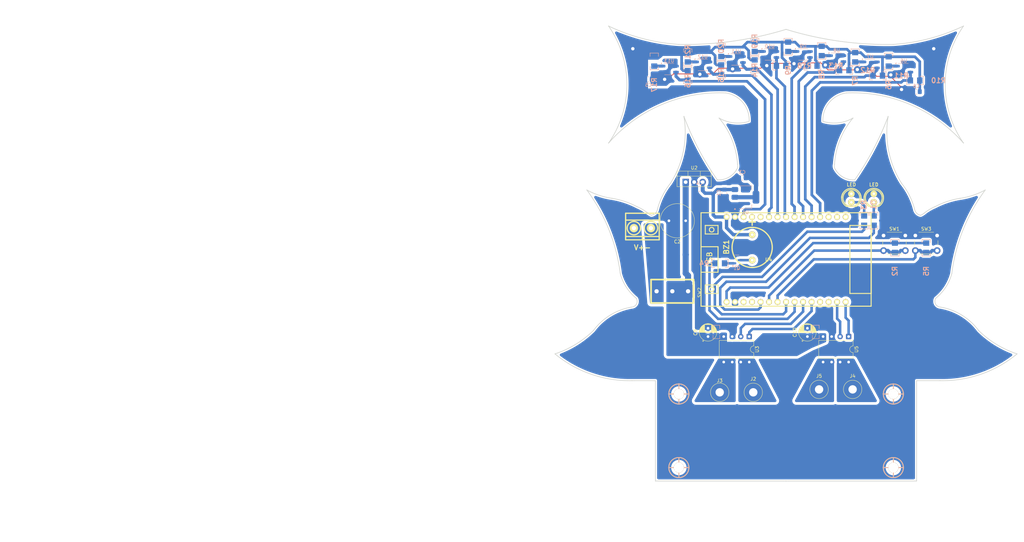
<source format=kicad_pcb>
(kicad_pcb (version 20241229) (generator "pcbnew") (generator_version "9.0")
  (layers (0 "F.Cu" signal) (2 "B.Cu" signal) (13 "F.Paste" user) (15 "B.Paste" user) (5 "F.SilkS" user "F.Silkscreen") (7 "B.SilkS" user "B.Silkscreen") (1 "F.Mask" user) (3 "B.Mask" user) (25 "Edge.Cuts" user))
  (net 0 "")
  (net 1 "Net-(U13-A)")
  (net 2 "GND")
  (net 3 "/QRE_8")
  (net 4 "Net-(U6-A)")
  (net 5 "/QRE_1")
  (net 6 "+3V3")
  (net 7 "Net-(U10-A)")
  (net 8 "Net-(U11-A)")
  (net 9 "/QRE_6")
  (net 10 "Net-(U8-A)")
  (net 11 "/QRE_3")
  (net 12 "Net-(U9-A)")
  (net 13 "/QRE_4")
  (net 14 "/QRE_7")
  (net 15 "/QRE_5")
  (net 16 "Net-(U12-A)")
  (net 17 "VCC")
  (net 18 "/LED_1")
  (net 19 "Net-(D2-A)")
  (net 20 "/PUSH_2")
  (net 21 "/M1B")
  (net 22 "/M1A")
  (net 23 "/OUTM1B")
  (net 24 "/OUTM1A")
  (net 25 "Net-(D1-A)")
  (net 26 "/M2B")
  (net 27 "/M2A")
  (net 28 "/OUTM2B")
  (net 29 "/OUTM2A")
  (net 30 "/PUSH_1")
  (net 31 "Net-(Q1-G)")
  (net 32 "/BUZZER")
  (net 33 "+5V")
  (net 34 "/SWITCH")
  (net 35 "Net-(BZ1-+)")
  (net 36 "/LED_2")
  (net 40 "/QRE_2")
  (net 47 "Net-(U7-A)")
  (footprint "EESTN5:BORNERA2_AZUL" (layer "F.Cu") (at 52.728204 90.495364)
    (property "Reference" "J1" (hide yes))
    (property "Value" "V+-")
  )
  (footprint "Connector:Banana_Jack_1Pin" (layer "F.Cu") (at 85.833204 139.575364)
    (property "Reference" "J2")
    (property "Value" "MOTOR_PINM1A")
  )
  (footprint "EESTN5:ESP32_DevKit_V1_CH9102X" (layer "F.Cu") (at 96.908204 99.865364 180)
    (property "Reference" "U4")
    (property "Value" "ESP32_DevKit_V1_CH9102X" (hide yes))
  )
  (footprint "EESTN5:hole_3mm" (layer "F.Cu") (at 63.612404 140.066197 90)
    (property "Reference" "H3" (hide yes))
    (property "Value" "Mounting_Hole" (hide yes))
  )
  (footprint "Capacitor_THT:CP_Radial_D5.0mm_P2.50mm" (layer "F.Cu") (at 72.323204 122.910364 90)
    (property "Reference" "C8")
    (property "Value" "100uF")
  )
  (footprint "Connector:Banana_Jack_1Pin" (layer "F.Cu") (at 115.508211 138.700364)
    (property "Reference" "J4")
    (property "Value" "MOTOR_PINM1A")
  )
  (footprint "Button_Switch_THT:SW_PUSH_6mm_H5mm" (layer "F.Cu") (at 124.738204 92.715364)
    (property "Reference" "SW1")
    (property "Value" "START")
  )
  (footprint "EESTN5:led_5mm_clear" (layer "F.Cu") (at 121.827757 81.503713)
    (property "Reference" "D1" (hide yes))
    (property "Value" "LED")
  )
  (footprint "Capacitor_THT:CP_Radial_D5.0mm_P2.50mm" (layer "F.Cu") (at 101.998211 122.910364 90)
    (property "Reference" "C10")
    (property "Value" "100uF")
  )
  (footprint "EESTN5:led_5mm_clear" (layer "F.Cu") (at 115.127997 81.503713)
    (property "Reference" "D2" (hide yes))
    (property "Value" "LED")
  )
  (footprint "EESTN5:Buzzer_12mm" (layer "F.Cu") (at 85.508204 96.265364 90)
    (property "Reference" "BZ1")
    (property "Value" "Buzzer" (hide yes))
  )
  (footprint "EESTN5:hole_3mm" (layer "F.Cu") (at 127.664004 162.074531 -90)
    (property "Reference" "H3" (hide yes))
    (property "Value" "Mounting_Hole" (hide yes))
  )
  (footprint "Capacitor_THT:C_Radial_D10.0mm_H12.5mm_P5.00mm" (layer "F.Cu") (at 65.648204 88.295364 180)
    (property "Reference" "C2")
    (property "Value" "100uf")
  )
  (footprint "Package_DIP:DIP-8_W7.62mm" (layer "F.Cu") (at 114.308211 122.910364 -90)
    (property "Reference" "U5")
    (property "Value" "TA6586")
  )
  (footprint "EESTN5:hole_3mm" (layer "F.Cu") (at 63.612404 162.066197 90)
    (property "Reference" "H4" (hide yes))
    (property "Value" "Mounting_Hole" (hide yes))
  )
  (footprint "EESTN5:SW_SPDT_TH_Vertical" (layer "F.Cu") (at 61.663204 109.370364 -90)
    (property "Reference" "SW2")
    (property "Value" "SW_SPST" (hide yes))
  )
  (footprint "EESTN5:hole_3mm" (layer "F.Cu") (at 127.664004 140.074531 -90)
    (property "Reference" "H4" (hide yes))
    (property "Value" "Mounting_Hole" (hide yes))
  )
  (footprint "Button_Switch_THT:SW_PUSH_6mm_H5mm" (layer "F.Cu") (at 134.238204 92.715364)
    (property "Reference" "SW3")
    (property "Value" "START")
  )
  (footprint "Package_TO_SOT_THT:TO-220-3_Vertical" (layer "F.Cu") (at 65.648204 76.740364)
    (property "Reference" "U2")
    (property "Value" "LM7805_TO220")
  )
  (footprint "Connector:Banana_Jack_1Pin" (layer "F.Cu") (at 75.813204 139.575364)
    (property "Reference" "J3")
    (property "Value" "MOTOR_PINM1B")
  )
  (footprint "Package_DIP:DIP-8_W7.62mm" (layer "F.Cu") (at 84.633204 122.910364 -90)
    (property "Reference" "U3")
    (property "Value" "TA6586")
  )
  (footprint "Connector:Banana_Jack_1Pin" (layer "F.Cu") (at 105.488211 138.700364)
    (property "Reference" "J5")
    (property "Value" "MOTOR_PINM1B")
  )
  (footprint "Package_TO_SOT_SMD:SOT-223-3_TabPin2" (layer "B.Cu") (at 83.493985 81.265553)
    (property "Reference" "U1")
    (property "Value" "AMS1117-3.3")
  )
  (footprint "EESTN5:R_1206" (layer "B.Cu") (at 66.263204 39.423364 90)
    (property "Reference" "R16")
    (property "Value" "100" (hide yes))
  )
  (footprint "EESTN5:C_0805" (layer "B.Cu") (at 74.823204 121.530364 -90)
    (property "Reference" "C7")
    (property "Value" "0.1uF" (hide yes))
  )
  (footprint "EESTN5:R_1206" (layer "B.Cu") (at 116.263204 39.423364 90)
    (property "Reference" "R7")
    (property "Value" "100" (hide yes))
  )
  (footprint "EESTN5:R_1206" (layer "B.Cu") (at 86.263204 41.615364 -90)
    (property "Reference" "R19")
    (property "Value" "10k" (hide yes))
  )
  (footprint "Capacitor_SMD:C_0805_2012Metric_Pad1.18x1.45mm_HandSolder" (layer "B.Cu") (at 77.218985 80.003053 -90)
    (property "Reference" "C1")
    (property "Value" "1uF")
  )
  (footprint "EESTN5:R_1206" (layer "B.Cu") (at 76.263204 37.798364 90)
    (property "Reference" "R15")
    (property "Value" "100" (hide yes))
  )
  (footprint "OptoDevice:OnSemi_CASE100CY" (layer "B.Cu") (at 60.755252 42.970364 -90)
    (property "Reference" "U13")
    (property "Value" "QRE1113GR")
  )
  (footprint "EESTN5:R_1206" (layer "B.Cu") (at 123.013204 44.923364 180)
    (property "Reference" "R11")
    (property "Value" "10k" (hide yes))
  )
  (footprint "EESTN5:R_1206" (layer "B.Cu") (at 113.013204 43.313364 180)
    (property "Reference" "R12")
    (property "Value" "10k" (hide yes))
  )
  (footprint "EESTN5:R_1206" (layer "B.Cu") (at 121.827757 88.249156 -90)
    (property "Reference" "R1")
    (property "Value" "220" (hide yes))
  )
  (footprint "EESTN5:R_1206" (layer "B.Cu") (at 137.488204 96.362364 90)
    (property "Reference" "R5")
    (property "Value" "4K7" (hide yes))
  )
  (footprint "OptoDevice:OnSemi_CASE100CY" (layer "B.Cu") (at 130.755252 42.970364 -90)
    (property "Reference" "U6")
    (property "Value" "QRE1113GR")
  )
  (footprint "EESTN5:R_1206" (layer "B.Cu") (at 106.263204 37.548364 90)
    (property "Reference" "R8")
    (property "Value" "100" (hide yes))
  )
  (footprint "EESTN5:R_1206" (layer "B.Cu") (at 86.263204 36.298364 90)
    (property "Reference" "R14")
    (property "Value" "100" (hide yes))
  )
  (footprint "Capacitor_SMD:C_0805_2012Metric_Pad1.18x1.45mm_HandSolder" (layer "B.Cu") (at 134.514704 49.698364 180)
    (property "Reference" "C6")
    (property "Value" "100nf")
  )
  (footprint "EESTN5:R_1206" (layer "B.Cu") (at 56.263204 40.673364 90)
    (property "Reference" "R17")
    (property "Value" "100" (hide yes))
  )
  (footprint "OptoDevice:OnSemi_CASE100CY" (layer "B.Cu") (at 100.755252 38.595364 -90)
    (property "Reference" "U9")
    (property "Value" "QRE1113GR")
  )
  (footprint "OptoDevice:OnSemi_CASE100CY" (layer "B.Cu") (at 70.755252 41.720364 -90)
    (property "Reference" "U12")
    (property "Value" "QRE1113GR")
  )
  (footprint "EESTN5:R_1206" (layer "B.Cu") (at 128.128204 96.362364 90)
    (property "Reference" "R2")
    (property "Value" "4K7" (hide yes))
  )
  (footprint "Package_TO_SOT_SMD:SOT-23" (layer "B.Cu") (at 80.940704 100.065364)
    (property "Reference" "Q1")
    (property "Value" "2N7002")
  )
  (footprint "Capacitor_SMD:C_0805_2012Metric_Pad1.18x1.45mm_HandSolder" (layer "B.Cu") (at 69.700704 78.795364 180)
    (property "Reference" "C4")
    (property "Value" "1uF")
  )
  (footprint "EESTN5:R_1206" (layer "B.Cu") (at 76.263204 43.112364 -90)
    (property "Reference" "R20")
    (property "Value" "10k" (hide yes))
  )
  (footprint "EESTN5:R_1206" (layer "B.Cu") (at 66.263204 44.815364 -90)
    (property "Reference" "R21")
    (property "Value" "10k" (hide yes))
  )
  (footprint "EESTN5:C_0805" (layer "B.Cu") (at 104.498211 121.530364 -90)
    (property "Reference" "C9")
    (property "Value" "0.1uF" (hide yes))
  )
  (footprint "EESTN5:R_1206" (layer "B.Cu") (at 75.856204 101.015364)
    (property "Reference" "R4")
    (property "Value" "10K" (hide yes))
  )
  (footprint "OptoDevice:OnSemi_CASE100CY" (layer "B.Cu") (at 120.755252 41.720364 -90)
    (property "Reference" "U7")
    (property "Value" "QRE1113GR")
  )
  (footprint "Capacitor_SMD:C_0805_2012Metric_Pad1.18x1.45mm_HandSolder" (layer "B.Cu") (at 54.513204 46.023364)
    (property "Reference" "C5")
    (property "Value" "100nf")
  )
  (footprint "Capacitor_SMD:C_0805_2012Metric_Pad1.18x1.45mm_HandSolder" (layer "B.Cu") (at 82.563204 75.470364 180)
    (property "Reference" "C3")
    (property "Value" "1uF")
  )
  (footprint "EESTN5:R_1206" (layer "B.Cu") (at 94.152252 41.985364 180)
    (property "Reference" "R18")
    (property "Value" "10k" (hide yes))
  )
  (footprint "OptoDevice:OnSemi_CASE100CY" (layer "B.Cu") (at 90.755252 38.595364 -90)
    (property "Reference" "U10")
    (property "Value" "QRE1113GR")
  )
  (footprint "EESTN5:R_1206" (layer "B.Cu") (at 96.263204 36.298364 90)
    (property "Reference" "R9")
    (property "Value" "100" (hide yes))
  )
  (footprint "EESTN5:R_1206" (layer "B.Cu") (at 118.946218 88.249156 -90)
    (property "Reference" "R3")
    (property "Value" "220" (hide yes))
  )
  (footprint "EESTN5:R_1206" (layer "B.Cu") (at 103.488204 41.985364 180)
    (property "Reference" "R13")
    (property "Value" "10k" (hide yes))
  )
  (footprint "OptoDevice:OnSemi_CASE100CY" (layer "B.Cu") (at 110.755252 39.845364 -90)
    (property "Reference" "U8")
    (property "Value" "QRE1113GR")
  )
  (footprint "EESTN5:R_1206" (layer "B.Cu") (at 126.263204 40.673364 90)
    (property "Reference" "R6")
    (property "Value" "100" (hide yes))
  )
  (footprint "OptoDevice:OnSemi_CASE100CY" (layer "B.Cu") (at 80.755252 40.095364 -90)
    (property "Reference" "U11")
    (property "Value" "QRE1113GR")
  )
  (footprint "EESTN5:R_1206" (layer "B.Cu") (at 134.155204 46.365364 180)
    (property "Reference" "R10")
    (property "Value" "10k" (hide yes))
  )
  (gr_arc (start 65.117516 57.086194) (mid 64.968806 67.456454) (end 61.117516 77.086194) (stroke (width 0.2)) (layer "Edge.Cuts"))
  (gr_arc (start 57.220056 84.881113) (mid 56.592645 86.05201) (end 55.413504 86.663787) (stroke (width 0.2)) (layer "Edge.Cuts"))
  (gr_arc (start 55.413504 86.663787) (mid 54.869355 86.381462) (end 54.364175 86.034189) (stroke (width 0.2)) (layer "Edge.Cuts"))
  (gr_line (start 134.619952 166.085744) (end 95.613211 166.085744) (stroke (width 0.2)) (layer "Edge.Cuts"))
  (gr_arc (start 141.619952 114.085744) (mid 140.247861 113.134922) (end 140.321987 111.467228) (stroke (width 0.2)) (layer "Edge.Cuts"))
  (gr_arc (start 38.117516 121.086194) (mid 43.183128 116.461842) (end 49.617516 114.086194) (stroke (width 0.2)) (layer "Edge.Cuts"))
  (gr_arc (start 75.617516 57.586194) (mid 79.480916 64.04601) (end 81.138327 71.388221) (stroke (width 0.2)) (layer "Edge.Cuts"))
  (gr_arc (start 148.619952 30.085744) (mid 138.383885 33.843487) (end 127.619952 35.585744) (stroke (width 0.2)) (layer "Edge.Cuts"))
  (gr_arc (start 36.117516 79.086194) (mid 42.727231 90.942308) (end 46.117516 104.086194) (stroke (width 0.2)) (layer "Edge.Cuts"))
  (gr_arc (start 115.619952 57.585744) (mid 111.224553 59.02715) (end 106.619952 58.585744) (stroke (width 0.2)) (layer "Edge.Cuts"))
  (gr_arc (start 43.617516 81.586194) (mid 47.469778 82.529407) (end 51.117516 84.086194) (stroke (width 0.2)) (layer "Edge.Cuts"))
  (gr_arc (start 43.617516 81.586194) (mid 39.755369 80.672634) (end 36.117516 79.086194) (stroke (width 0.2)) (layer "Edge.Cuts"))
  (gr_arc (start 42.617516 30.086194) (mid 48.102341 47.586194) (end 42.617516 65.086194) (stroke (width 0.2)) (layer "Edge.Cuts"))
  (gr_arc (start 136.873293 86.033739) (mid 138.423563 84.937975) (end 140.119952 84.085744) (stroke (width 0.2)) (layer "Edge.Cuts"))
  (gr_arc (start 136.873293 86.033739) (mid 136.368113 86.381012) (end 135.823964 86.663337) (stroke (width 0.2)) (layer "Edge.Cuts"))
  (gr_arc (start 126.119952 57.085744) (mid 121.71723 66.900101) (end 116.119952 76.085744) (stroke (width 0.2)) (layer "Edge.Cuts"))
  (gr_arc (start 84.617516 58.586194) (mid 80.012915 59.0276) (end 75.617516 57.586194) (stroke (width 0.2)) (layer "Edge.Cuts"))
  (gr_arc (start 145.119952 104.085744) (mid 143.309395 108.158963) (end 140.321987 111.467228) (stroke (width 0.2)) (layer "Edge.Cuts"))
  (gr_arc (start 38.117516 121.086194) (mid 32.771992 125.25069) (end 26.617516 128.086194) (stroke (width 0.2)) (layer "Edge.Cuts"))
  (gr_arc (start 50.915481 111.467678) (mid 50.989607 113.135372) (end 49.617516 114.086194) (stroke (width 0.2)) (layer "Edge.Cuts"))
  (gr_arc (start 155.119952 79.085744) (mid 151.482099 80.672184) (end 147.619952 81.585744) (stroke (width 0.2)) (layer "Edge.Cuts"))
  (gr_arc (start 57.220056 84.881113) (mid 58.751955 80.775238) (end 61.117516 77.086194) (stroke (width 0.2)) (layer "Edge.Cuts"))
  (gr_line (start 56.617516 166.086194) (end 56.617516 136.086194) (stroke (width 0.2)) (layer "Edge.Cuts"))
  (gr_line (start 56.613211 166.086194) (end 95.613211 166.085744) (stroke (width 0.2)) (layer "Edge.Cuts"))
  (gr_arc (start 148.619952 65.085744) (mid 143.135128 47.585744) (end 148.619952 30.085744) (stroke (width 0.2)) (layer "Edge.Cuts"))
  (gr_arc (start 63.617516 35.586194) (mid 52.853583 33.843937) (end 42.617516 30.086194) (stroke (width 0.2)) (layer "Edge.Cuts"))
  (gr_arc (start 135.823964 86.663337) (mid 134.644823 86.05156) (end 134.017412 84.880663) (stroke (width 0.2)) (layer "Edge.Cuts"))
  (gr_arc (start 80.863211 72.992358) (mid 78.424215 75.345) (end 75.117516 76.086194) (stroke (width 0.2)) (layer "Edge.Cuts"))
  (gr_arc (start 145.119952 104.085744) (mid 148.510237 90.941858) (end 155.119952 79.085744) (stroke (width 0.2)) (layer "Edge.Cuts"))
  (gr_arc (start 50.915481 111.467678) (mid 47.928073 108.159413) (end 46.117516 104.086194) (stroke (width 0.2)) (layer "Edge.Cuts"))
  (gr_arc (start 130.119952 77.085744) (mid 126.268671 67.456) (end 126.119952 57.085744) (stroke (width 0.2)) (layer "Edge.Cuts"))
  (gr_arc (start 106.619952 58.585744) (mid 108.483904 52.98841) (end 113.619952 50.085744) (stroke (width 0.2)) (layer "Edge.Cuts"))
  (gr_arc (start 164.619952 128.085744) (mid 158.465476 125.250241) (end 153.119952 121.085744) (stroke (width 0.2)) (layer "Edge.Cuts"))
  (gr_arc (start 130.119952 77.085744) (mid 132.485513 80.774788) (end 134.017412 84.880663) (stroke (width 0.2)) (layer "Edge.Cuts"))
  (gr_arc (start 95.619982 31.085744) (mid 79.797365 34.606178) (end 63.617511 35.586488) (stroke (width 0.2)) (layer "Edge.Cuts"))
  (gr_arc (start 110.099141 71.387771) (mid 111.756552 64.04556) (end 115.619952 57.585744) (stroke (width 0.2)) (layer "Edge.Cuts"))
  (gr_arc (start 140.119952 84.085744) (mid 143.76769 82.528957) (end 147.619952 81.585744) (stroke (width 0.2)) (layer "Edge.Cuts"))
  (gr_arc (start 77.617516 50.086194) (mid 82.753564 52.98886) (end 84.617516 58.586194) (stroke (width 0.2)) (layer "Edge.Cuts"))
  (gr_line (start 134.619952 166.085744) (end 134.619952 136.085744) (stroke (width 0.2)) (layer "Edge.Cuts"))
  (gr_arc (start 141.619952 114.085744) (mid 148.05434 116.461392) (end 153.119952 121.085744) (stroke (width 0.2)) (layer "Edge.Cuts"))
  (gr_arc (start 116.119952 76.085744) (mid 112.813253 75.34455) (end 110.374257 72.991908) (stroke (width 0.2)) (layer "Edge.Cuts"))
  (gr_arc (start 164.619952 128.085744) (mid 153.839056 134.153241) (end 141.619903 136.085744) (stroke (width 0.2)) (layer "Edge.Cuts"))
  (gr_arc (start 51.117516 84.086194) (mid 52.813905 84.938425) (end 54.364175 86.034189) (stroke (width 0.2)) (layer "Edge.Cuts"))
  (gr_line (start 134.619952 136.085744) (end 141.619903 136.085744) (stroke (width 0.2)) (layer "Edge.Cuts"))
  (gr_arc (start 110.374257 72.991908) (mid 110.042345 72.223172) (end 110.099141 71.387771) (stroke (width 0.2)) (layer "Edge.Cuts"))
  (gr_arc (start 42.617516 65.086194) (mid 58.413753 53.610747) (end 77.617516 50.086194) (stroke (width 0.2)) (layer "Edge.Cuts"))
  (gr_line (start 56.617516 136.086194) (end 49.617565 136.086194) (stroke (width 0.2)) (layer "Edge.Cuts"))
  (gr_arc (start 49.617565 136.086194) (mid 37.398412 134.153692) (end 26.617516 128.086194) (stroke (width 0.2)) (layer "Edge.Cuts"))
  (gr_arc (start 113.619952 50.085744) (mid 132.823715 53.610297) (end 148.619952 65.085744) (stroke (width 0.2)) (layer "Edge.Cuts"))
  (gr_arc (start 127.619952 35.585734) (mid 111.441393 34.605602) (end 95.619982 31.085743) (stroke (width 0.2)) (layer "Edge.Cuts"))
  (gr_arc (start 81.138327 71.388221) (mid 81.195123 72.223622) (end 80.863211 72.992358) (stroke (width 0.2)) (layer "Edge.Cuts"))
  (gr_arc (start 75.117516 76.086194) (mid 69.520238 66.900551) (end 65.117516 57.086194) (stroke (width 0.2)) (layer "Edge.Cuts"))
  (segment (start 58.755252 42.070364) (end 56.263204 42.070364) (width 0.9) (layer "B.Cu") (net 1))
  (segment (start 79.435204 42.695364) (end 79.663204 42.923364) (width 0.2) (layer "F.Cu") (net 2))
  (segment (start 116.903204 43.091364) (end 116.689204 43.091364) (width 0.2) (layer "F.Cu") (net 2))
  (segment (start 130.163204 48.500364) (end 130.163204 49.003364) (width 0.2) (layer "F.Cu") (net 2))
  (segment (start 69.521204 44.395364) (end 61.988204 44.395364) (width 0.2) (layer "F.Cu") (net 2))
  (segment (start 90.541204 41.245364) (end 89.863204 41.923364) (width 0.2) (layer "F.Cu") (net 2))
  (segment (start 75.488204 42.695364) (end 79.435204 42.695364) (width 0.2) (layer "F.Cu") (net 2))
  (segment (start 126.903204 44.691364) (end 127.011204 44.799364) (width 0.2) (layer "F.Cu") (net 2))
  (segment (start 60.488204 45.695364) (end 59.691204 45.695364) (width 0.2) (layer "F.Cu") (net 2))
  (segment (start 73.788204 44.395364) (end 75.488204 42.695364) (width 0.2) (layer "F.Cu") (net 2))
  (segment (start 116.585204 43.195364) (end 108.138204 43.195364) (width 0.2) (layer "F.Cu") (net 2))
  (segment (start 126.903204 44.691364) (end 126.903204 44.867364) (width 0.2) (layer "F.Cu") (net 2))
  (segment (start 127.011204 45.348364) (end 130.163204 48.500364) (width 0.2) (layer "F.Cu") (net 2))
  (segment (start 97.616204 41.523364) (end 97.338204 41.245364) (width 0.2) (layer "F.Cu") (net 2))
  (segment (start 130.163204 49.003364) (end 130.113204 49.053364) (width 0.2) (layer "F.Cu") (net 2))
  (segment (start 127.011204 44.799364) (end 127.011204 45.348364) (width 0.2) (layer "F.Cu") (net 2))
  (segment (start 79.663204 42.923364) (end 79.891204 42.695364) (width 0.2) (layer "F.Cu") (net 2))
  (segment (start 126.903204 44.867364) (end 126.645204 45.125364) (width 0.2) (layer "F.Cu") (net 2))
  (segment (start 69.645204 44.519364) (end 69.521204 44.395364) (width 0.2) (layer "F.Cu") (net 2))
  (segment (start 88.138204 42.695364) (end 88.910204 41.923364) (width 0.2) (layer "F.Cu") (net 2))
  (segment (start 70.005204 44.395364) (end 73.788204 44.395364) (width 0.2) (layer "F.Cu") (net 2))
  (segment (start 122.668204 45.125364) (end 120.738204 43.195364) (width 0.2) (layer "F.Cu") (net 2))
  (segment (start 106.684204 41.741364) (end 106.038204 41.095364) (width 0.2) (layer "F.Cu") (net 2))
  (segment (start 98.003204 41.341364) (end 97.821204 41.523364) (width 0.2) (layer "F.Cu") (net 2))
  (segment (start 97.821204 41.523364) (end 97.616204 41.523364) (width 0.2) (layer "F.Cu") (net 2))
  (segment (start 69.881204 44.519364) (end 69.645204 44.519364) (width 0.2) (layer "F.Cu") (net 2))
  (segment (start 97.338204 41.245364) (end 90.541204 41.245364) (width 0.2) (layer "F.Cu") (net 2))
  (segment (start 98.491204 41.095364) (end 98.245204 41.341364) (width 0.2) (layer "F.Cu") (net 2))
  (segment (start 116.987204 43.091364) (end 116.903204 43.091364) (width 0.2) (layer "F.Cu") (net 2))
  (segment (start 88.910204 41.923364) (end 89.863204 41.923364) (width 0.2) (layer "F.Cu") (net 2))
  (segment (start 120.738204 43.195364) (end 117.091204 43.195364) (width 0.2) (layer "F.Cu") (net 2))
  (segment (start 117.091204 43.195364) (end 116.987204 43.091364) (width 0.2) (layer "F.Cu") (net 2))
  (segment (start 61.988204 44.395364) (end 60.588204 45.795364) (width 0.2) (layer "F.Cu") (net 2))
  (segment (start 107.263204 42.320364) (end 107.263204 41.831364) (width 0.2) (layer "F.Cu") (net 2))
  (segment (start 126.645204 45.125364) (end 122.668204 45.125364) (width 0.2) (layer "F.Cu") (net 2))
  (segment (start 108.138204 43.195364) (end 107.263204 42.320364) (width 0.2) (layer "F.Cu") (net 2))
  (segment (start 79.891204 42.695364) (end 88.138204 42.695364) (width 0.2) (layer "F.Cu") (net 2))
  (segment (start 107.263204 41.831364) (end 107.353204 41.741364) (width 0.2) (layer "F.Cu") (net 2))
  (segment (start 60.588204 45.795364) (end 60.488204 45.695364) (width 0.2) (layer "F.Cu") (net 2))
  (segment (start 116.689204 43.091364) (end 116.585204 43.195364) (width 0.2) (layer "F.Cu") (net 2))
  (segment (start 59.691204 45.695364) (end 59.363204 46.023364) (width 0.2) (layer "F.Cu") (net 2))
  (segment (start 69.881204 44.519364) (end 70.005204 44.395364) (width 0.2) (layer "F.Cu") (net 2))
  (segment (start 106.038204 41.095364) (end 98.491204 41.095364) (width 0.2) (layer "F.Cu") (net 2))
  (segment (start 107.353204 41.741364) (end 106.684204 41.741364) (width 0.2) (layer "F.Cu") (net 2))
  (segment (start 98.245204 41.341364) (end 98.003204 41.341364) (width 0.2) (layer "F.Cu") (net 2))
  (via (at 107.353204 41.741364) (size 2) (drill 1) (layers "F.Cu" "B.Cu") (net 2))
  (via (at 79.663204 42.923364) (size 2) (drill 1) (layers "F.Cu" "B.Cu") (net 2))
  (via (at 139.724804 36.873364) (size 2) (drill 1) (layers "F.Cu" "B.Cu") (net 2))
  (via (at 69.881204 44.519364) (size 2) (drill 1) (layers "F.Cu" "B.Cu") (net 2))
  (via (at 116.903204 43.091364) (size 2) (drill 1) (layers "F.Cu" "B.Cu") (net 2))
  (via (at 89.863204 41.923364) (size 2) (drill 1) (layers "F.Cu" "B.Cu") (net 2))
  (via (at 126.903204 44.691364) (size 2) (drill 1) (layers "F.Cu" "B.Cu") (net 2))
  (via (at 59.363204 46.023364) (size 2) (drill 1) (layers "F.Cu" "B.Cu") (net 2))
  (via (at 98.003204 41.341364) (size 2) (drill 1) (layers "F.Cu" "B.Cu") (net 2))
  (via (at 130.113204 49.053364) (size 2) (drill 1) (layers "F.Cu" "B.Cu") (net 2))
  (segment (start 130.113204 49.053364) (end 129.601204 48.541364) (width 0.75) (layer "B.Cu") (net 2))
  (segment (start 66.661204 46.610364) (end 83.953204 46.610364) (width 0.8) (layer "B.Cu") (net 3))
  (segment (start 89.363204 83.370364) (end 87.913204 84.820364) (width 0.8) (layer "B.Cu") (net 3))
  (segment (start 66.263204 46.212364) (end 66.661204 46.610364) (width 0.8) (layer "B.Cu") (net 3))
  (segment (start 83.953204 46.610364) (end 89.363204 52.020364) (width 0.8) (layer "B.Cu") (net 3))
  (segment (start 63.845204 46.212364) (end 66.263204 46.212364) (width 0.9) (layer "B.Cu") (net 3))
  (segment (start 62.755252 45.122412) (end 63.845204 46.212364) (width 0.9) (layer "B.Cu") (net 3))
  (segment (start 82.938204 85.445364) (end 82.938204 87.165364) (width 0.8) (layer "B.Cu") (net 3))
  (segment (start 62.755252 43.870364) (end 62.755252 45.122412) (width 0.9) (layer "B.Cu") (net 3))
  (segment (start 87.913204 84.820364) (end 83.563204 84.820364) (width 0.8) (layer "B.Cu") (net 3))
  (segment (start 83.563204 84.820364) (end 82.938204 85.445364) (width 0.8) (layer "B.Cu") (net 3))
  (segment (start 89.363204 52.020364) (end 89.363204 83.370364) (width 0.8) (layer "B.Cu") (net 3))
  (segment (start 128.755252 42.070364) (end 126.263204 42.070364) (width 0.9) (layer "B.Cu") (net 4))
  (segment (start 132.755252 43.870364) (end 132.755252 46.362412) (width 0.9) (layer "B.Cu") (net 5))
  (segment (start 132.755252 46.362412) (end 132.758204 46.365364) (width 0.75) (layer "B.Cu") (net 5))
  (segment (start 105.798204 87.165364) (end 105.798204 83.055364) (width 0.8) (layer "B.Cu") (net 5))
  (segment (start 105.798204 83.055364) (end 103.313204 80.570364) (width 0.8) (layer "B.Cu") (net 5))
  (segment (start 130.020204 46.923364) (end 130.578204 46.365364) (width 0.8) (layer "B.Cu") (net 5))
  (segment (start 103.313204 49.420364) (end 105.810204 46.923364) (width 0.8) (layer "B.Cu") (net 5))
  (segment (start 130.578204 46.365364) (end 132.758204 46.365364) (width 0.8) (layer "B.Cu") (net 5))
  (segment (start 103.313204 80.570364) (end 103.313204 49.420364) (width 0.8) (layer "B.Cu") (net 5))
  (segment (start 105.810204 46.923364) (end 130.020204 46.923364) (width 0.8) (layer "B.Cu") (net 5))
  (via (at 49.863204 36.873364) (size 2) (drill 1) (layers "F.Cu" "B.Cu") (net 6))
  (segment (start 96.263204 34.901364) (end 94.408204 34.901364) (width 0.8) (layer "B.Cu") (net 6))
  (segment (start 76.263204 36.401364) (end 74.442204 36.401364) (width 0.8) (layer "B.Cu") (net 6))
  (segment (start 86.228204 53.598364) (end 86.228204 60.741363) (width 0.75) (layer "B.Cu") (net 6))
  (segment (start 64.438204 38.396364) (end 64.438204 42.935364) (width 0.8) (layer "B.Cu") (net 6))
  (segment (start 86.228204 60.741363) (end 84.613197 62.35637) (width 0.75) (layer "B.Cu") (net 6))
  (segment (start 57.977204 39.276364) (end 56.263204 39.276364) (width 0.8) (layer "B.Cu") (net 6))
  (segment (start 68.198204 48.563364) (end 81.193204 48.563364) (width 0.75) (layer "B.Cu") (net 6))
  (segment (start 59.227204 38.026364) (end 57.977204 39.276364) (width 0.8) (layer "B.Cu") (net 6))
  (segment (start 84.082204 34.901364) (end 82.582204 36.401364) (width 0.8) (layer "B.Cu") (net 6))
  (segment (start 53.475704 48.885864) (end 55.413204 50.823364) (width 0.75) (layer "B.Cu") (net 6))
  (segment (start 64.438204 42.935364) (end 64.921204 43.418364) (width 0.8) (layer "B.Cu") (net 6))
  (segment (start 74.442204 36.401364) (end 72.817204 38.026364) (width 0.8) (layer "B.Cu") (net 6))
  (segment (start 67.338204 49.423364) (end 68.198204 48.563364) (width 0.75) (layer "B.Cu") (net 6))
  (segment (start 124.578204 39.276364) (end 119.169204 39.276364) (width 0.8) (layer "B.Cu") (net 6))
  (segment (start 134.099204 39.276364) (end 126.263204 39.276364) (width 0.8) (layer "B.Cu") (net 6))
  (segment (start 64.068204 38.026364) (end 64.438204 38.396364) (width 0.8) (layer "B.Cu") (net 6))
  (segment (start 98.314204 34.901364) (end 99.564204 36.151364) (width 0.8) (layer "B.Cu") (net 6))
  (segment (start 55.413204 50.823364) (end 57.378212 50.823364) (width 0.75) (layer "B.Cu") (net 6))
  (segment (start 104.888204 41.982364) (end 104.885204 41.985364) (width 0.8) (layer "B.Cu") (net 6))
  (segment (start 124.578204 39.276364) (end 124.418204 39.436364) (width 0.8) (layer "B.Cu") (net 6))
  (segment (start 114.418204 38.437364) (end 114.418204 43.305364) (width 0.8) (layer "B.Cu") (net 6))
  (segment (start 77.858204 112.565364) (end 77.858204 109.375364) (width 0.75) (layer "B.Cu") (net 6))
  (segment (start 104.378204 36.151364) (end 107.704204 36.151364) (width 0.8) (layer "B.Cu") (net 6))
  (segment (start 135.552204 40.729364) (end 134.099204 39.276364) (width 0.8) (layer "B.Cu") (net 6))
  (segment (start 96.263204 34.901364) (end 98.314204 34.901364) (width 0.8) (layer "B.Cu") (net 6))
  (segment (start 107.704204 36.151364) (end 108.578204 37.025364) (width 0.8) (layer "B.Cu") (net 6))
  (segment (start 117.919204 38.026364) (end 116.263204 38.026364) (width 0.8) (layer "B.Cu") (net 6))
  (segment (start 114.829204 38.026364) (end 114.418204 38.437364) (width 0.8) (layer "B.Cu") (net 6))
  (segment (start 64.921204 43.418364) (end 66.263204 43.418364) (width 0.8) (layer "B.Cu") (net 6))
  (segment (start 124.418204 44.915364) (end 124.410204 44.923364) (width 0.8) (layer "B.Cu") (net 6))
  (segment (start 94.408204 34.901364) (end 94.428204 34.921364) (width 0.8) (layer "B.Cu") (net 6))
  (segment (start 84.438204 39.545364) (end 85.111204 40.218364) (width 0.8) (layer "B.Cu") (net 6))
  (segment (start 94.408204 34.901364) (end 86.263204 34.901364) (width 0.8) (layer "B.Cu") (net 6))
  (segment (start 86.643985 77.101145) (end 85.013204 75.470364) (width 1.25) (layer "B.Cu") (net 6))
  (segment (start 94.428204 34.921364) (end 94.428204 39.525364) (width 0.8) (layer "B.Cu") (net 6))
  (segment (start 77.858204 109.375364) (end 78.963204 108.270364) (width 0.75) (layer "B.Cu") (net 6))
  (segment (start 86.263204 34.901364) (end 84.082204 34.901364) (width 0.8) (layer "B.Cu") (net 6))
  (segment (start 83.600704 75.470364) (end 83.600704 68.532864) (width 1.25) (layer "B.Cu") (net 6))
  (segment (start 74.878204 41.715364) (end 76.263204 41.715364) (width 0.8) (layer "B.Cu") (net 6))
  (segment (start 94.428204 39.525364) (end 95.549252 40.646412) (width 0.8) (layer "B.Cu") (net 6))
  (segment (start 104.408204 40.315364) (end 104.888204 40.795364) (width 0.8) (layer "B.Cu") (net 6))
  (segment (start 86.643985 81.265553) (end 86.643985 77.101145) (width 1.25) (layer "B.Cu") (net 6))
  (segment (start 57.390708 50.810868) (end 58.8757 50.810868) (width 0.75) (layer "B.Cu") (net 6))
  (segment (start 74.428204 41.265364) (end 74.878204 41.715364) (width 0.8) (layer "B.Cu") (net 6))
  (segment (start 113.828204 37.025364) (end 114.829204 38.026364) (width 0.8) (layer "B.Cu") (net 6))
  (segment (start 73.519204 38.026364) (end 74.428204 38.935364) (width 0.8) (layer "B.Cu") (net 6))
  (segment (start 60.263204 49.423364) (end 67.338204 49.423364) (width 0.75) (layer "B.Cu") (net 6))
  (segment (start 126.263204 39.276364) (end 124.578204 39.276364) (width 0.8) (layer "B.Cu") (net 6))
  (segment (start 83.414204 36.401364) (end 84.438204 37.425364) (width 0.8) (layer "B.Cu") (net 6))
  (segment (start 135.552204 46.365364) (end 135.552204 40.729364) (width 0.8) (layer "B.Cu") (net 6))
  (segment (start 74.428204 38.935364) (end 74.428204 41.265364) (width 0.8) (layer "B.Cu") (net 6))
  (segment (start 124.418204 39.436364) (end 124.418204 44.915364) (width 0.8) (layer "B.Cu") (net 6))
  (segment (start 82.582204 36.401364) (end 83.414204 36.401364) (width 0.8) (layer "B.Cu") (net 6))
  (segment (start 72.817204 38.026364) (end 66.263204 38.026364) (width 0.8) (layer "B.Cu") (net 6))
  (segment (start 108.578204 37.025364) (end 113.828204 37.025364) (width 0.8) (layer "B.Cu") (net 6))
  (segment (start 114.829204 38.026364) (end 116.263204 38.026364) (width 0.8) (layer "B.Cu") (net 6))
  (segment (start 99.564204 36.151364) (end 104.378204 36.151364) (width 0.8) (layer "B.Cu") (net 6))
  (segment (start 64.068204 38.026364) (end 59.227204 38.026364) (width 0.8) (layer "B.Cu") (net 6))
  (segment (start 80.343985 81.265553) (end 86.643985 81.265553) (width 1.25) (layer "B.Cu") (net 6))
  (segment (start 83.600704 68.532864) (end 84.663204 67.470364) (width 1.25) (layer "B.Cu") (net 6))
  (segment (start 82.582204 36.401364) (end 76.263204 36.401364) (width 0.8) (layer "B.Cu") (net 6))
  (segment (start 104.408204 36.181364) (end 104.408204 40.315364) (width 0.8) (layer "B.Cu") (net 6))
  (segment (start 84.613197 67.420357) (end 84.663204 67.470364) (width 0.75) (layer "B.Cu") (net 6))
  (segment (start 57.378212 50.823364) (end 57.390708 50.810868) (width 0.75) (layer "B.Cu") (net 6))
  (segment (start 119.169204 39.276364) (end 117.919204 38.026364) (width 0.8) (layer "B.Cu") (net 6))
  (segment (start 58.8757 50.810868) (end 60.263204 49.423364) (width 0.75) (layer "B.Cu") (net 6))
  (segment (start 135.552204 49.698364) (end 135.552204 46.365364) (width 0.8) (layer "B.Cu") (net 6))
  (segment (start 104.378204 36.151364) (end 104.408204 36.181364) (width 0.8) (layer "B.Cu") (net 6))
  (segment (start 128.128204 94.965364) (end 137.488204 94.965364) (width 0.75) (layer "B.Cu") (net 6))
  (segment (start 85.111204 40.218364) (end 86.263204 40.218364) (width 0.8) (layer "B.Cu") (net 6))
  (segment (start 84.613197 62.35637) (end 84.613197 67.420357) (width 0.75) (layer "B.Cu") (net 6))
  (segment (start 104.888204 40.795364) (end 104.888204 41.982364) (width 0.8) (layer "B.Cu") (net 6))
  (segment (start 66.263204 38.026364) (end 64.068204 38.026364) (width 0.8) (layer "B.Cu") (net 6))
  (segment (start 103.718204 94.965364) (end 128.128204 94.965364) (width 0.75) (layer "B.Cu") (net 6))
  (segment (start 90.413204 108.270364) (end 103.718204 94.965364) (width 0.75) (layer "B.Cu") (net 6))
  (segment (start 81.193204 48.563364) (end 86.228204 53.598364) (width 0.75) (layer "B.Cu") (net 6))
  (segment (start 84.438204 37.425364) (end 84.438204 39.545364) (width 0.8) (layer "B.Cu") (net 6))
  (segment (start 95.549252 40.646412) (end 95.549252 41.985364) (width 0.8) (layer "B.Cu") (net 6))
  (segment (start 53.475704 46.023364) (end 53.475704 48.885864) (width 0.75) (layer "B.Cu") (net 6))
  (segment (start 72.817204 38.026364) (end 73.519204 38.026364) (width 0.8) (layer "B.Cu") (net 6))
  (segment (start 114.418204 43.305364) (end 114.410204 43.313364) (width 0.8) (layer "B.Cu") (net 6))
  (segment (start 78.963204 108.270364) (end 90.413204 108.270364) (width 0.75) (layer "B.Cu") (net 6))
  (segment (start 85.013204 75.470364) (end 83.600704 75.470364) (width 1.25) (layer "B.Cu") (net 6))
  (segment (start 88.755252 37.695364) (end 86.263204 37.695364) (width 0.9) (layer "B.Cu") (net 7))
  (segment (start 78.755252 39.195364) (end 76.263204 39.195364) (width 0.9) (layer "B.Cu") (net 8))
  (segment (start 93.113204 49.050364) (end 93.113204 87.150364) (width 0.8) (layer "B.Cu") (net 9))
  (segment (start 82.755252 40.995364) (end 82.755252 41.942412) (width 0.9) (layer "B.Cu") (net 9))
  (segment (start 93.113204 87.150364) (end 93.098204 87.165364) (width 0.8) (layer "B.Cu") (net 9))
  (segment (start 83.825204 43.012364) (end 86.263204 43.012364) (width 0.9) (layer "B.Cu") (net 9))
  (segment (start 87.075204 43.012364) (end 93.113204 49.050364) (width 0.8) (layer "B.Cu") (net 9))
  (segment (start 86.263204 43.012364) (end 87.075204 43.012364) (width 0.8) (layer "B.Cu") (net 9))
  (segment (start 82.755252 41.942412) (end 83.825204 43.012364) (width 0.9) (layer "B.Cu") (net 9))
  (segment (start 108.755252 38.945364) (end 106.263204 38.945364) (width 0.9) (layer "B.Cu") (net 10))
  (segment (start 111.616204 43.313364) (end 111.624204 43.305364) (width 0.9) (layer "B.Cu") (net 11))
  (segment (start 112.755252 41.328316) (end 112.755252 40.745364) (width 0.9) (layer "B.Cu") (net 11))
  (segment (start 99.413204 82.670364) (end 100.718204 83.975364) (width 0.8) (layer "B.Cu") (net 11))
  (segment (start 99.413204 46.620364) (end 99.413204 82.670364) (width 0.8) (layer "B.Cu") (net 11))
  (segment (start 102.063204 43.970364) (end 99.413204 46.620364) (width 0.8) (layer "B.Cu") (net 11))
  (segment (start 111.624204 43.305364) (end 111.624204 42.459364) (width 0.9) (layer "B.Cu") (net 11))
  (segment (start 100.718204 83.975364) (end 100.718204 87.165364) (width 0.8) (layer "B.Cu") (net 11))
  (segment (start 109.983204 43.970364) (end 102.063204 43.970364) (width 0.8) (layer "B.Cu") (net 11))
  (segment (start 111.616204 43.313364) (end 110.640204 43.313364) (width 0.8) (layer "B.Cu") (net 11))
  (segment (start 111.624204 42.459364) (end 112.755252 41.328316) (width 0.9) (layer "B.Cu") (net 11))
  (segment (start 110.640204 43.313364) (end 109.983204 43.970364) (width 0.8) (layer "B.Cu") (net 11))
  (segment (start 98.755252 37.695364) (end 96.263204 37.695364) (width 0.9) (layer "B.Cu") (net 12))
  (segment (start 102.091204 41.985364) (end 102.091204 41.042364) (width 0.9) (layer "B.Cu") (net 13))
  (segment (start 97.313204 83.270364) (end 98.163204 84.120364) (width 0.8) (layer "B.Cu") (net 13))
  (segment (start 102.091204 41.042364) (end 102.755252 40.378316) (width 0.9) (layer "B.Cu") (net 13))
  (segment (start 97.313204 45.790364) (end 97.313204 83.270364) (width 0.8) (layer "B.Cu") (net 13))
  (segment (start 102.091204 41.985364) (end 101.118204 41.985364) (width 0.8) (layer "B.Cu") (net 13))
  (segment (start 98.163204 87.150364) (end 98.178204 87.165364) (width 0.8) (layer "B.Cu") (net 13))
  (segment (start 101.118204 41.985364) (end 97.313204 45.790364) (width 0.8) (layer "B.Cu") (net 13))
  (segment (start 102.755252 40.378316) (end 102.755252 39.495364) (width 0.9) (layer "B.Cu") (net 13))
  (segment (start 98.163204 84.120364) (end 98.163204 87.150364) (width 0.8) (layer "B.Cu") (net 13))
  (segment (start 76.654204 44.900364) (end 76.263204 44.509364) (width 0.8) (layer "B.Cu") (net 14))
  (segment (start 90.558204 85.025364) (end 91.263204 84.320364) (width 0.8) (layer "B.Cu") (net 14))
  (segment (start 90.558204 87.165364) (end 90.558204 85.025364) (width 0.8) (layer "B.Cu") (net 14))
  (segment (start 85.543204 44.900364) (end 76.654204 44.900364) (width 0.8) (layer "B.Cu") (net 14))
  (segment (start 91.263204 84.320364) (end 91.263204 50.620364) (width 0.8) (layer "B.Cu") (net 14))
  (segment (start 72.755252 43.342412) (end 73.922204 44.509364) (width 0.9) (layer "B.Cu") (net 14))
  (segment (start 72.755252 42.620364) (end 72.755252 43.342412) (width 0.9) (layer "B.Cu") (net 14))
  (segment (start 91.263204 50.620364) (end 85.543204 44.900364) (width 0.8) (layer "B.Cu") (net 14))
  (segment (start 73.922204 44.509364) (end 76.263204 44.509364) (width 0.9) (layer "B.Cu") (net 14))
  (segment (start 95.263204 86.790364) (end 95.638204 87.165364) (width 0.8) (layer "B.Cu") (net 15))
  (segment (start 92.755252 39.495364) (end 92.755252 41.985364) (width 0.9) (layer "B.Cu") (net 15))
  (segment (start 95.263204 48.180364) (end 95.263204 86.790364) (width 0.8) (layer "B.Cu") (net 15))
  (segment (start 92.755252 41.985364) (end 92.755252 45.672412) (width 0.8) (layer "B.Cu") (net 15))
  (segment (start 92.755252 45.672412) (end 95.263204 48.180364) (width 0.8) (layer "B.Cu") (net 15))
  (segment (start 68.755252 40.820364) (end 66.263204 40.820364) (width 0.9) (layer "B.Cu") (net 16))
  (segment (start 66.363204 109.370364) (end 66.363204 104.710364) (width 1.8) (layer "B.Cu") (net 17))
  (segment (start 66.363204 104.710364) (end 65.653204 104.000364) (width 1.8) (layer "B.Cu") (net 17))
  (segment (start 65.648204 76.740364) (end 65.648204 88.295364) (width 1.8) (layer "B.Cu") (net 17))
  (segment (start 65.653204 104.000364) (end 65.653204 98.435364) (width 1.8) (layer "B.Cu") (net 17))
  (segment (start 65.653204 98.435364) (end 65.648204 98.430364) (width 1.8) (layer "B.Cu") (net 17))
  (segment (start 65.648204 98.430364) (end 65.648204 88.295364) (width 1.8) (layer "B.Cu") (net 17))
  (segment (start 74.363204 107.370364) (end 76.663204 105.070364) (width 0.75) (layer "B.Cu") (net 18))
  (segment (start 74.363204 114.170364) (end 74.363204 107.370364) (width 0.75) (layer "B.Cu") (net 18))
  (segment (start 118.946218 90.93735) (end 118.946218 89.646156) (width 0.75) (layer "B.Cu") (net 18))
  (segment (start 118.313204 91.570364) (end 118.946218 90.93735) (width 0.75) (layer "B.Cu") (net 18))
  (segment (start 76.663204 105.070364) (end 88.463204 105.070364) (width 0.75) (layer "B.Cu") (net 18))
  (segment (start 95.638204 115.395364) (end 94.788204 116.245364) (width 0.75) (layer "B.Cu") (net 18))
  (segment (start 94.788204 116.245364) (end 76.438204 116.245364) (width 0.75) (layer "B.Cu") (net 18))
  (segment (start 101.963204 91.570364) (end 118.313204 91.570364) (width 0.75) (layer "B.Cu") (net 18))
  (segment (start 76.438204 116.245364) (end 74.363204 114.170364) (width 0.75) (layer "B.Cu") (net 18))
  (segment (start 88.463204 105.070364) (end 101.963204 91.570364) (width 0.75) (layer "B.Cu") (net 18))
  (segment (start 95.638204 112.565364) (end 95.638204 115.395364) (width 0.75) (layer "B.Cu") (net 18))
  (segment (start 118.946218 86.852156) (end 118.946218 83.803378) (width 0.75) (layer "B.Cu") (net 19))
  (segment (start 117.916553 82.773713) (end 115.127997 82.773713) (width 0.75) (layer "B.Cu") (net 19))
  (segment (start 118.946218 83.803378) (end 117.916553 82.773713) (width 0.75) (layer "B.Cu") (net 19))
  (segment (start 134.238204 97.215364) (end 135.683204 97.215364) (width 1) (layer "B.Cu") (net 20))
  (segment (start 135.683204 97.215364) (end 136.227204 97.759364) (width 1) (layer "B.Cu") (net 20))
  (segment (start 136.227204 97.759364) (end 137.488204 97.759364) (width 1) (layer "B.Cu") (net 20))
  (segment (start 103.913204 99.820364) (end 133.663204 99.820364) (width 0.75) (layer "B.Cu") (net 20))
  (segment (start 134.238204 99.245364) (end 134.238204 97.215364) (width 0.75) (layer "B.Cu") (net 20))
  (segment (start 138.724204 97.759364) (end 139.268204 97.215364) (width 1) (layer "B.Cu") (net 20))
  (segment (start 93.098204 112.565364) (end 93.098204 110.635364) (width 0.75) (layer "B.Cu") (net 20))
  (segment (start 93.098204 110.635364) (end 103.913204 99.820364) (width 0.75) (layer "B.Cu") (net 20))
  (segment (start 133.663204 99.820364) (end 134.238204 99.245364) (width 0.75) (layer "B.Cu") (net 20))
  (segment (start 137.488204 97.759364) (end 138.724204 97.759364) (width 1) (layer "B.Cu") (net 20))
  (segment (start 139.268204 97.215364) (end 140.738204 97.215364) (width 1) (layer "B.Cu") (net 20))
  (segment (start 97.913204 120.645364) (end 103.258204 115.300364) (width 0.75) (layer "B.Cu") (net 21))
  (segment (start 85.613204 120.645364) (end 97.913204 120.645364) (width 0.75) (layer "B.Cu") (net 21))
  (segment (start 103.258204 115.300364) (end 103.258204 112.565364) (width 0.75) (layer "B.Cu") (net 21))
  (segment (start 84.633204 121.625364) (end 85.613204 120.645364) (width 0.75) (layer "B.Cu") (net 21))
  (segment (start 84.633204 122.910364) (end 84.633204 121.625364) (width 0.75) (layer "B.Cu") (net 21))
  (segment (start 100.718204 115.440364) (end 97.038204 119.120364) (width 0.75) (layer "B.Cu") (net 22))
  (segment (start 82.113204 120.395364) (end 82.113204 122.890364) (width 0.75) (layer "B.Cu") (net 22))
  (segment (start 97.038204 119.120364) (end 83.388204 119.120364) (width 0.75) (layer "B.Cu") (net 22))
  (segment (start 82.113204 122.890364) (end 82.093204 122.910364) (width 0.75) (layer "B.Cu") (net 22))
  (segment (start 100.718204 112.565364) (end 100.718204 115.440364) (width 0.75) (layer "B.Cu") (net 22))
  (segment (start 83.388204 119.120364) (end 82.113204 120.395364) (width 0.75) (layer "B.Cu") (net 22))
  (segment (start 121.827757 86.852156) (end 121.827757 82.773713) (width 0.75) (layer "B.Cu") (net 25))
  (segment (start 113.418204 112.565364) (end 113.418204 117.250364) (width 0.75) (layer "B.Cu") (net 26))
  (segment (start 114.308211 118.140371) (end 114.308211 122.910364) (width 0.75) (layer "B.Cu") (net 26))
  (segment (start 113.418204 117.250364) (end 114.308211 118.140371) (width 0.75) (layer "B.Cu") (net 26))
  (segment (start 110.878204 112.565364) (end 110.878204 117.560364) (width 0.75) (layer "B.Cu") (net 27))
  (segment (start 110.878204 117.560364) (end 111.768211 118.450371) (width 0.75) (layer "B.Cu") (net 27))
  (segment (start 111.768211 118.450371) (end 111.768211 122.910364) (width 0.75) (layer "B.Cu") (net 27))
  (segment (start 126.058204 97.215364) (end 126.602204 97.759364) (width 1) (layer "B.Cu") (net 30))
  (segment (start 104.018204 97.215364) (end 124.738204 97.215364) (width 0.75) (layer "B.Cu") (net 30))
  (segment (start 124.738204 97.215364) (end 126.058204 97.215364) (width 1) (layer "B.Cu") (net 30))
  (segment (start 129.324204 97.759364) (end 128.128204 97.759364) (width 1) (layer "B.Cu") (net 30))
  (segment (start 126.602204 97.759364) (end 128.128204 97.759364) (width 1) (layer "B.Cu") (net 30))
  (segment (start 90.558204 110.675364) (end 104.018204 97.215364) (width 0.75) (layer "B.Cu") (net 30))
  (segment (start 90.558204 112.565364) (end 90.558204 110.675364) (width 0.75) (layer "B.Cu") (net 30))
  (segment (start 131.238204 97.215364) (end 129.868204 97.215364) (width 1) (layer "B.Cu") (net 30))
  (segment (start 129.868204 97.215364) (end 129.324204 97.759364) (width 1) (layer "B.Cu") (net 30))
  (segment (start 77.253204 101.015364) (end 80.003204 101.015364) (width 0.75) (layer "B.Cu") (net 31))
  (segment (start 72.763204 101.570364) (end 73.318204 101.015364) (width 0.75) (layer "B.Cu") (net 32))
  (segment (start 72.763204 115.070364) (end 72.763204 101.570364) (width 0.75) (layer "B.Cu") (net 32))
  (segment (start 75.313204 117.620364) (end 72.763204 115.070364) (width 0.75) (layer "B.Cu") (net 32))
  (segment (start 73.318204 101.015364) (end 74.459204 101.015364) (width 0.75) (layer "B.Cu") (net 32))
  (segment (start 96.063204 117.620364) (end 75.313204 117.620364) (width 0.75) (layer "B.Cu") (net 32))
  (segment (start 98.178204 115.505364) (end 96.063204 117.620364) (width 0.75) (layer "B.Cu") (net 32))
  (segment (start 98.178204 112.565364) (end 98.178204 115.505364) (width 0.75) (layer "B.Cu") (net 32))
  (segment (start 74.483204 87.165364) (end 77.858204 87.165364) (width 1) (layer "B.Cu") (net 33))
  (segment (start 73.888204 86.570364) (end 74.483204 87.165364) (width 1) (layer "B.Cu") (net 33))
  (segment (start 77.858204 90.415364) (end 79.908204 92.465364) (width 1) (layer "B.Cu") (net 33))
  (segment (start 73.438204 80.070364) (end 73.888204 80.520364) (width 1) (layer "B.Cu") (net 33))
  (segment (start 70.728204 76.740364) (end 70.728204 79.340364) (width 1) (layer "B.Cu") (net 33))
  (segment (start 77.218985 78.965553) (end 80.343985 78.965553) (width 1) (layer "B.Cu") (net 33))
  (segment (start 77.858204 87.165364) (end 77.858204 90.415364) (width 1) (layer "B.Cu") (net 33))
  (segment (start 75.118015 78.965553) (end 77.218985 78.965553) (width 1) (layer "B.Cu") (net 33))
  (segment (start 73.888204 80.182864) (end 73.900704 80.182864) (width 1) (layer "B.Cu") (net 33))
  (segment (start 71.458204 80.070364) (end 73.438204 80.070364) (width 1) (layer "B.Cu") (net 33))
  (segment (start 73.888204 80.520364) (end 73.888204 80.182864) (width 1) (layer "B.Cu") (net 33))
  (segment (start 73.888204 80.520364) (end 73.888204 86.570364) (width 1) (layer "B.Cu") (net 33))
  (segment (start 79.908204 92.465364) (end 85.508204 92.465364) (width 1) (layer "B.Cu") (net 33))
  (segment (start 73.900704 80.182864) (end 75.118015 78.965553) (width 1) (layer "B.Cu") (net 33))
  (segment (start 70.728204 79.340364) (end 71.458204 80.070364) (width 1) (layer "B.Cu") (net 33))
  (segment (start 81.878204 100.065364) (end 85.508204 100.065364) (width 0.75) (layer "B.Cu") (net 35))
  (segment (start 121.827757 91.955811) (end 121.827757 89.646156) (width 0.75) (layer "B.Cu") (net 36))
  (segment (start 88.018204 112.565364) (end 88.018204 114.165364) (width 0.75) (layer "B.Cu") (net 36))
  (segment (start 102.763204 93.420364) (end 120.363204 93.420364) (width 0.75) (layer "B.Cu") (net 36))
  (segment (start 89.663204 106.520364) (end 102.763204 93.420364) (width 0.75) (layer "B.Cu") (net 36))
  (segment (start 77.813204 106.520364) (end 89.663204 106.520364) (width 0.75) (layer "B.Cu") (net 36))
  (segment (start 88.018204 114.165364) (end 87.338204 114.845364) (width 0.75) (layer "B.Cu") (net 36))
  (segment (start 77.288204 114.845364) (end 75.963204 113.520364) (width 0.75) (layer "B.Cu") (net 36))
  (segment (start 120.363204 93.420364) (end 121.827757 91.955811) (width 0.75) (layer "B.Cu") (net 36))
  (segment (start 87.338204 114.845364) (end 77.288204 114.845364) (width 0.75) (layer "B.Cu") (net 36))
  (segment (start 75.963204 113.520364) (end 75.963204 108.370364) (width 0.75) (layer "B.Cu") (net 36))
  (segment (start 75.963204 108.370364) (end 77.813204 106.520364) (width 0.75) (layer "B.Cu") (net 36))
  (segment (start 121.616204 44.923364) (end 121.624204 44.915364) (width 0.9) (layer "B.Cu") (net 40))
  (segment (start 121.616204 44.923364) (end 121.613204 44.920364) (width 0.8) (layer "B.Cu") (net 40))
  (segment (start 122.755252 43.238316) (end 122.755252 42.620364) (width 0.9) (layer "B.Cu") (net 40))
  (segment (start 121.624204 44.915364) (end 121.624204 44.369364) (width 0.9) (layer "B.Cu") (net 40))
  (segment (start 121.624204 44.369364) (end 122.755252 43.238316) (width 0.9) (layer "B.Cu") (net 40))
  (segment (start 119.463204 44.920364) (end 119.013204 45.370364) (width 0.8) (layer "B.Cu") (net 40))
  (segment (start 119.013204 45.370364) (end 104.163204 45.370364) (width 0.8) (layer "B.Cu") (net 40))
  (segment (start 104.163204 45.370364) (end 101.363204 48.170364) (width 0.8) (layer "B.Cu") (net 40))
  (segment (start 121.613204 44.920364) (end 119.463204 44.920364) (width 0.8) (layer "B.Cu") (net 40))
  (segment (start 101.363204 81.870364) (end 103.258204 83.765364) (width 0.8) (layer "B.Cu") (net 40))
  (segment (start 103.258204 83.765364) (end 103.258204 87.165364) (width 0.8) (layer "B.Cu") (net 40))
  (segment (start 101.363204 48.170364) (end 101.363204 81.870364) (width 0.8) (layer "B.Cu") (net 40))
  (segment (start 118.755252 40.820364) (end 116.263204 40.820364) (width 0.9) (layer "B.Cu") (net 47))
  (zone (net 28) (net_name "/OUTM2B") (layer "B.Cu") (priority 3) (connect_pads yes (clearance 0.8)) (min_thickness 0.8) (fill yes (thermal_gap 0.8) (thermal_bridge_width 0.8))
    (polygon (pts (xy 110.248211 129.500364) (xy 110.248211 142.500364) (xy 98.013204 142.500364) (xy 105.058211 129.500364)))
  )
  (zone (net 17) (net_name "VCC") (layer "B.Cu") (priority 3) (connect_pads yes (clearance 0.8)) (min_thickness 0.8) (fill yes (thermal_gap 0.8) (thermal_bridge_width 0.8))
    (polygon (pts (xy 67.593211 106.300364) (xy 67.593211 120.730395) (xy 68.306431 121.700364) (xy 77.983789 121.700364) (xy 77.991213 124.44679) (xy 78.313204 124.470364) (xy 86.013204 124.470364) (xy 88.633211 121.900364) (xy 107.618211 121.900364) (xy 107.613204 124.520364) (xy 103.318211 126.300364) (xy 98.931961 128.720364) (xy 59.893211 128.720364) (xy 59.893211 106.300364)))
  )
  (zone (net 29) (net_name "/OUTM2A") (layer "B.Cu") (priority 3) (connect_pads yes (clearance 0.8)) (min_thickness 0.8) (fill yes (thermal_gap 0.8) (thermal_bridge_width 0.8))
    (polygon (pts (xy 110.768211 129.500364) (xy 110.768211 142.500364) (xy 123.013204 142.500364) (xy 115.958211 129.500364)))
  )
  (zone (net 24) (net_name "/OUTM1A") (layer "B.Cu") (priority 3) (connect_pads yes (clearance 0.8)) (min_thickness 0.8) (fill yes (thermal_gap 0.8) (thermal_bridge_width 0.8))
    (polygon (pts (xy 81.093204 129.500364) (xy 81.093204 142.500364) (xy 93.013204 142.500364) (xy 86.283204 129.500364)))
  )
  (zone (net 6) (net_name "+3V3") (layer "B.Cu") (priority 1) (connect_pads yes (clearance 0.8)) (min_thickness 0.8) (fill yes (thermal_gap 0.8) (thermal_bridge_width 0.8))
    (polygon (pts (xy 73.063204 33.768364) (xy 40.063204 28.518364) (xy 40.063204 66.768364) (xy 63.563204 53.018364) (xy 77.813204 51.018364) (xy 80.813204 56.268364) (xy 73.063204 55.518364) (xy 81.2345 73.168364) (xy 87.334531 78.756322) (xy 87.250488 52.015648) (xy 83.053204 47.818364) (xy 61.263204 47.818364) (xy 60.313204 48.768364) (xy 54.413204 48.768364) (xy 54.413204 40.143364) (xy 57.508204 40.143364) (xy 58.858204 39.018364) (xy 66.813204 39.018364) (xy 73.063204 37.518364)))
  )
  (zone (net 34) (net_name "/SWITCH") (layer "B.Cu") (priority 3) (connect_pads yes (clearance 0.8)) (min_thickness 0.8) (fill yes (thermal_gap 0.8) (thermal_bridge_width 0.8))
    (polygon (pts (xy 59.063204 113.120364) (xy 59.063204 89.070364) (xy 53.060407 89.070364) (xy 55.013204 113.120364)))
  )
  (zone (net 23) (net_name "/OUTM1B") (layer "B.Cu") (priority 3) (connect_pads yes (clearance 0.8)) (min_thickness 0.8) (fill yes (thermal_gap 0.8) (thermal_bridge_width 0.8))
    (polygon (pts (xy 80.583204 129.500364) (xy 80.583204 142.500364) (xy 68.013204 142.500364) (xy 75.393204 129.500364)))
  )
  (zone (net 2) (net_name "GND") (layer "B.Cu") (connect_pads yes (clearance 0.8)) (min_thickness 0.8) (fill yes (thermal_gap 0.8) (thermal_bridge_width 0.8))
    (polygon (pts (xy 21.19 22.31) (xy 166.69 22.86) (xy 165.34 183.61) (xy 21.44 184.41)))
  )
)
</source>
